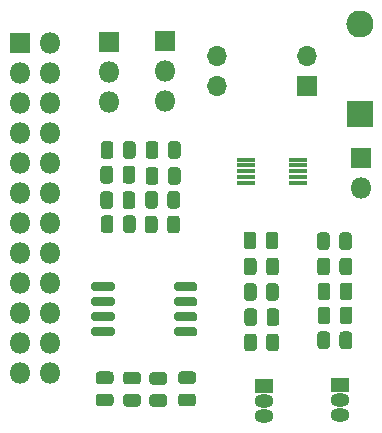
<source format=gts>
G04 #@! TF.GenerationSoftware,KiCad,Pcbnew,(5.1.6)-1*
G04 #@! TF.CreationDate,2022-01-24T22:45:59-06:00*
G04 #@! TF.ProjectId,bassDrum,62617373-4472-4756-9d2e-6b696361645f,rev?*
G04 #@! TF.SameCoordinates,Original*
G04 #@! TF.FileFunction,Soldermask,Top*
G04 #@! TF.FilePolarity,Negative*
%FSLAX46Y46*%
G04 Gerber Fmt 4.6, Leading zero omitted, Abs format (unit mm)*
G04 Created by KiCad (PCBNEW (5.1.6)-1) date 2022-01-24 22:45:59*
%MOMM*%
%LPD*%
G01*
G04 APERTURE LIST*
%ADD10R,1.800000X1.800000*%
%ADD11O,1.800000X1.800000*%
%ADD12R,1.600000X1.150000*%
%ADD13O,1.600000X1.150000*%
%ADD14R,1.700000X1.700000*%
%ADD15O,1.700000X1.700000*%
%ADD16R,1.500000X0.400000*%
%ADD17R,2.300000X2.300000*%
%ADD18O,2.300000X2.300000*%
G04 APERTURE END LIST*
G36*
G01*
X107846600Y-110615650D02*
X107846600Y-109653150D01*
G75*
G02*
X108115350Y-109384400I268750J0D01*
G01*
X108652850Y-109384400D01*
G75*
G02*
X108921600Y-109653150I0J-268750D01*
G01*
X108921600Y-110615650D01*
G75*
G02*
X108652850Y-110884400I-268750J0D01*
G01*
X108115350Y-110884400D01*
G75*
G02*
X107846600Y-110615650I0J268750D01*
G01*
G37*
G36*
G01*
X109721600Y-110615650D02*
X109721600Y-109653150D01*
G75*
G02*
X109990350Y-109384400I268750J0D01*
G01*
X110527850Y-109384400D01*
G75*
G02*
X110796600Y-109653150I0J-268750D01*
G01*
X110796600Y-110615650D01*
G75*
G02*
X110527850Y-110884400I-268750J0D01*
G01*
X109990350Y-110884400D01*
G75*
G02*
X109721600Y-110615650I0J268750D01*
G01*
G37*
G36*
G01*
X115921500Y-110437850D02*
X115921500Y-109475350D01*
G75*
G02*
X116190250Y-109206600I268750J0D01*
G01*
X116727750Y-109206600D01*
G75*
G02*
X116996500Y-109475350I0J-268750D01*
G01*
X116996500Y-110437850D01*
G75*
G02*
X116727750Y-110706600I-268750J0D01*
G01*
X116190250Y-110706600D01*
G75*
G02*
X115921500Y-110437850I0J268750D01*
G01*
G37*
G36*
G01*
X114046500Y-110437850D02*
X114046500Y-109475350D01*
G75*
G02*
X114315250Y-109206600I268750J0D01*
G01*
X114852750Y-109206600D01*
G75*
G02*
X115121500Y-109475350I0J-268750D01*
G01*
X115121500Y-110437850D01*
G75*
G02*
X114852750Y-110706600I-268750J0D01*
G01*
X114315250Y-110706600D01*
G75*
G02*
X114046500Y-110437850I0J268750D01*
G01*
G37*
G36*
G01*
X97555000Y-98576050D02*
X97555000Y-97613550D01*
G75*
G02*
X97823750Y-97344800I268750J0D01*
G01*
X98361250Y-97344800D01*
G75*
G02*
X98630000Y-97613550I0J-268750D01*
G01*
X98630000Y-98576050D01*
G75*
G02*
X98361250Y-98844800I-268750J0D01*
G01*
X97823750Y-98844800D01*
G75*
G02*
X97555000Y-98576050I0J268750D01*
G01*
G37*
G36*
G01*
X95680000Y-98576050D02*
X95680000Y-97613550D01*
G75*
G02*
X95948750Y-97344800I268750J0D01*
G01*
X96486250Y-97344800D01*
G75*
G02*
X96755000Y-97613550I0J-268750D01*
G01*
X96755000Y-98576050D01*
G75*
G02*
X96486250Y-98844800I-268750J0D01*
G01*
X95948750Y-98844800D01*
G75*
G02*
X95680000Y-98576050I0J268750D01*
G01*
G37*
G36*
G01*
X95677700Y-96417050D02*
X95677700Y-95454550D01*
G75*
G02*
X95946450Y-95185800I268750J0D01*
G01*
X96483950Y-95185800D01*
G75*
G02*
X96752700Y-95454550I0J-268750D01*
G01*
X96752700Y-96417050D01*
G75*
G02*
X96483950Y-96685800I-268750J0D01*
G01*
X95946450Y-96685800D01*
G75*
G02*
X95677700Y-96417050I0J268750D01*
G01*
G37*
G36*
G01*
X97552700Y-96417050D02*
X97552700Y-95454550D01*
G75*
G02*
X97821450Y-95185800I268750J0D01*
G01*
X98358950Y-95185800D01*
G75*
G02*
X98627700Y-95454550I0J-268750D01*
G01*
X98627700Y-96417050D01*
G75*
G02*
X98358950Y-96685800I-268750J0D01*
G01*
X97821450Y-96685800D01*
G75*
G02*
X97552700Y-96417050I0J268750D01*
G01*
G37*
G36*
G01*
X99513100Y-96518650D02*
X99513100Y-95556150D01*
G75*
G02*
X99781850Y-95287400I268750J0D01*
G01*
X100319350Y-95287400D01*
G75*
G02*
X100588100Y-95556150I0J-268750D01*
G01*
X100588100Y-96518650D01*
G75*
G02*
X100319350Y-96787400I-268750J0D01*
G01*
X99781850Y-96787400D01*
G75*
G02*
X99513100Y-96518650I0J268750D01*
G01*
G37*
G36*
G01*
X101388100Y-96518650D02*
X101388100Y-95556150D01*
G75*
G02*
X101656850Y-95287400I268750J0D01*
G01*
X102194350Y-95287400D01*
G75*
G02*
X102463100Y-95556150I0J-268750D01*
G01*
X102463100Y-96518650D01*
G75*
G02*
X102194350Y-96787400I-268750J0D01*
G01*
X101656850Y-96787400D01*
G75*
G02*
X101388100Y-96518650I0J268750D01*
G01*
G37*
G36*
G01*
X115144600Y-107367150D02*
X115144600Y-108329650D01*
G75*
G02*
X114875850Y-108598400I-268750J0D01*
G01*
X114338350Y-108598400D01*
G75*
G02*
X114069600Y-108329650I0J268750D01*
G01*
X114069600Y-107367150D01*
G75*
G02*
X114338350Y-107098400I268750J0D01*
G01*
X114875850Y-107098400D01*
G75*
G02*
X115144600Y-107367150I0J-268750D01*
G01*
G37*
G36*
G01*
X117019600Y-107367150D02*
X117019600Y-108329650D01*
G75*
G02*
X116750850Y-108598400I-268750J0D01*
G01*
X116213350Y-108598400D01*
G75*
G02*
X115944600Y-108329650I0J268750D01*
G01*
X115944600Y-107367150D01*
G75*
G02*
X116213350Y-107098400I268750J0D01*
G01*
X116750850Y-107098400D01*
G75*
G02*
X117019600Y-107367150I0J-268750D01*
G01*
G37*
D10*
X88849200Y-84785200D03*
D11*
X91389200Y-84785200D03*
X88849200Y-87325200D03*
X91389200Y-87325200D03*
X88849200Y-89865200D03*
X91389200Y-89865200D03*
X88849200Y-92405200D03*
X91389200Y-92405200D03*
X88849200Y-94945200D03*
X91389200Y-94945200D03*
X88849200Y-97485200D03*
X91389200Y-97485200D03*
X88849200Y-100025200D03*
X91389200Y-100025200D03*
X88849200Y-102565200D03*
X91389200Y-102565200D03*
X88849200Y-105105200D03*
X91389200Y-105105200D03*
X88849200Y-107645200D03*
X91389200Y-107645200D03*
X88849200Y-110185200D03*
X91389200Y-110185200D03*
X88849200Y-112725200D03*
X91389200Y-112725200D03*
D10*
X96367600Y-84683600D03*
D11*
X96367600Y-87223600D03*
X96367600Y-89763600D03*
X101168200Y-89712800D03*
X101168200Y-87172800D03*
D10*
X101168200Y-84632800D03*
D12*
X109524800Y-113817400D03*
D13*
X109524800Y-116357400D03*
X109524800Y-115087400D03*
X115951000Y-115036600D03*
X115951000Y-116306600D03*
D12*
X115951000Y-113766600D03*
G36*
G01*
X95556150Y-112596400D02*
X96518650Y-112596400D01*
G75*
G02*
X96787400Y-112865150I0J-268750D01*
G01*
X96787400Y-113402650D01*
G75*
G02*
X96518650Y-113671400I-268750J0D01*
G01*
X95556150Y-113671400D01*
G75*
G02*
X95287400Y-113402650I0J268750D01*
G01*
X95287400Y-112865150D01*
G75*
G02*
X95556150Y-112596400I268750J0D01*
G01*
G37*
G36*
G01*
X95556150Y-114471400D02*
X96518650Y-114471400D01*
G75*
G02*
X96787400Y-114740150I0J-268750D01*
G01*
X96787400Y-115277650D01*
G75*
G02*
X96518650Y-115546400I-268750J0D01*
G01*
X95556150Y-115546400D01*
G75*
G02*
X95287400Y-115277650I0J268750D01*
G01*
X95287400Y-114740150D01*
G75*
G02*
X95556150Y-114471400I268750J0D01*
G01*
G37*
G36*
G01*
X97867550Y-114496800D02*
X98830050Y-114496800D01*
G75*
G02*
X99098800Y-114765550I0J-268750D01*
G01*
X99098800Y-115303050D01*
G75*
G02*
X98830050Y-115571800I-268750J0D01*
G01*
X97867550Y-115571800D01*
G75*
G02*
X97598800Y-115303050I0J268750D01*
G01*
X97598800Y-114765550D01*
G75*
G02*
X97867550Y-114496800I268750J0D01*
G01*
G37*
G36*
G01*
X97867550Y-112621800D02*
X98830050Y-112621800D01*
G75*
G02*
X99098800Y-112890550I0J-268750D01*
G01*
X99098800Y-113428050D01*
G75*
G02*
X98830050Y-113696800I-268750J0D01*
G01*
X97867550Y-113696800D01*
G75*
G02*
X97598800Y-113428050I0J268750D01*
G01*
X97598800Y-112890550D01*
G75*
G02*
X97867550Y-112621800I268750J0D01*
G01*
G37*
G36*
G01*
X100102750Y-112647200D02*
X101065250Y-112647200D01*
G75*
G02*
X101334000Y-112915950I0J-268750D01*
G01*
X101334000Y-113453450D01*
G75*
G02*
X101065250Y-113722200I-268750J0D01*
G01*
X100102750Y-113722200D01*
G75*
G02*
X99834000Y-113453450I0J268750D01*
G01*
X99834000Y-112915950D01*
G75*
G02*
X100102750Y-112647200I268750J0D01*
G01*
G37*
G36*
G01*
X100102750Y-114522200D02*
X101065250Y-114522200D01*
G75*
G02*
X101334000Y-114790950I0J-268750D01*
G01*
X101334000Y-115328450D01*
G75*
G02*
X101065250Y-115597200I-268750J0D01*
G01*
X100102750Y-115597200D01*
G75*
G02*
X99834000Y-115328450I0J268750D01*
G01*
X99834000Y-114790950D01*
G75*
G02*
X100102750Y-114522200I268750J0D01*
G01*
G37*
G36*
G01*
X107872000Y-108482050D02*
X107872000Y-107519550D01*
G75*
G02*
X108140750Y-107250800I268750J0D01*
G01*
X108678250Y-107250800D01*
G75*
G02*
X108947000Y-107519550I0J-268750D01*
G01*
X108947000Y-108482050D01*
G75*
G02*
X108678250Y-108750800I-268750J0D01*
G01*
X108140750Y-108750800D01*
G75*
G02*
X107872000Y-108482050I0J268750D01*
G01*
G37*
G36*
G01*
X109747000Y-108482050D02*
X109747000Y-107519550D01*
G75*
G02*
X110015750Y-107250800I268750J0D01*
G01*
X110553250Y-107250800D01*
G75*
G02*
X110822000Y-107519550I0J-268750D01*
G01*
X110822000Y-108482050D01*
G75*
G02*
X110553250Y-108750800I-268750J0D01*
G01*
X110015750Y-108750800D01*
G75*
G02*
X109747000Y-108482050I0J268750D01*
G01*
G37*
G36*
G01*
X115891500Y-102055850D02*
X115891500Y-101093350D01*
G75*
G02*
X116160250Y-100824600I268750J0D01*
G01*
X116697750Y-100824600D01*
G75*
G02*
X116966500Y-101093350I0J-268750D01*
G01*
X116966500Y-102055850D01*
G75*
G02*
X116697750Y-102324600I-268750J0D01*
G01*
X116160250Y-102324600D01*
G75*
G02*
X115891500Y-102055850I0J268750D01*
G01*
G37*
G36*
G01*
X114016500Y-102055850D02*
X114016500Y-101093350D01*
G75*
G02*
X114285250Y-100824600I268750J0D01*
G01*
X114822750Y-100824600D01*
G75*
G02*
X115091500Y-101093350I0J-268750D01*
G01*
X115091500Y-102055850D01*
G75*
G02*
X114822750Y-102324600I-268750J0D01*
G01*
X114285250Y-102324600D01*
G75*
G02*
X114016500Y-102055850I0J268750D01*
G01*
G37*
G36*
G01*
X97580400Y-100608050D02*
X97580400Y-99645550D01*
G75*
G02*
X97849150Y-99376800I268750J0D01*
G01*
X98386650Y-99376800D01*
G75*
G02*
X98655400Y-99645550I0J-268750D01*
G01*
X98655400Y-100608050D01*
G75*
G02*
X98386650Y-100876800I-268750J0D01*
G01*
X97849150Y-100876800D01*
G75*
G02*
X97580400Y-100608050I0J268750D01*
G01*
G37*
G36*
G01*
X95705400Y-100608050D02*
X95705400Y-99645550D01*
G75*
G02*
X95974150Y-99376800I268750J0D01*
G01*
X96511650Y-99376800D01*
G75*
G02*
X96780400Y-99645550I0J-268750D01*
G01*
X96780400Y-100608050D01*
G75*
G02*
X96511650Y-100876800I-268750J0D01*
G01*
X95974150Y-100876800D01*
G75*
G02*
X95705400Y-100608050I0J268750D01*
G01*
G37*
G36*
G01*
X101314200Y-100633450D02*
X101314200Y-99670950D01*
G75*
G02*
X101582950Y-99402200I268750J0D01*
G01*
X102120450Y-99402200D01*
G75*
G02*
X102389200Y-99670950I0J-268750D01*
G01*
X102389200Y-100633450D01*
G75*
G02*
X102120450Y-100902200I-268750J0D01*
G01*
X101582950Y-100902200D01*
G75*
G02*
X101314200Y-100633450I0J268750D01*
G01*
G37*
G36*
G01*
X99439200Y-100633450D02*
X99439200Y-99670950D01*
G75*
G02*
X99707950Y-99402200I268750J0D01*
G01*
X100245450Y-99402200D01*
G75*
G02*
X100514200Y-99670950I0J-268750D01*
G01*
X100514200Y-100633450D01*
G75*
G02*
X100245450Y-100902200I-268750J0D01*
G01*
X99707950Y-100902200D01*
G75*
G02*
X99439200Y-100633450I0J268750D01*
G01*
G37*
G36*
G01*
X101339600Y-98550650D02*
X101339600Y-97588150D01*
G75*
G02*
X101608350Y-97319400I268750J0D01*
G01*
X102145850Y-97319400D01*
G75*
G02*
X102414600Y-97588150I0J-268750D01*
G01*
X102414600Y-98550650D01*
G75*
G02*
X102145850Y-98819400I-268750J0D01*
G01*
X101608350Y-98819400D01*
G75*
G02*
X101339600Y-98550650I0J268750D01*
G01*
G37*
G36*
G01*
X99464600Y-98550650D02*
X99464600Y-97588150D01*
G75*
G02*
X99733350Y-97319400I268750J0D01*
G01*
X100270850Y-97319400D01*
G75*
G02*
X100539600Y-97588150I0J-268750D01*
G01*
X100539600Y-98550650D01*
G75*
G02*
X100270850Y-98819400I-268750J0D01*
G01*
X99733350Y-98819400D01*
G75*
G02*
X99464600Y-98550650I0J268750D01*
G01*
G37*
G36*
G01*
X95705400Y-94334250D02*
X95705400Y-93371750D01*
G75*
G02*
X95974150Y-93103000I268750J0D01*
G01*
X96511650Y-93103000D01*
G75*
G02*
X96780400Y-93371750I0J-268750D01*
G01*
X96780400Y-94334250D01*
G75*
G02*
X96511650Y-94603000I-268750J0D01*
G01*
X95974150Y-94603000D01*
G75*
G02*
X95705400Y-94334250I0J268750D01*
G01*
G37*
G36*
G01*
X97580400Y-94334250D02*
X97580400Y-93371750D01*
G75*
G02*
X97849150Y-93103000I268750J0D01*
G01*
X98386650Y-93103000D01*
G75*
G02*
X98655400Y-93371750I0J-268750D01*
G01*
X98655400Y-94334250D01*
G75*
G02*
X98386650Y-94603000I-268750J0D01*
G01*
X97849150Y-94603000D01*
G75*
G02*
X97580400Y-94334250I0J268750D01*
G01*
G37*
G36*
G01*
X99513100Y-94334250D02*
X99513100Y-93371750D01*
G75*
G02*
X99781850Y-93103000I268750J0D01*
G01*
X100319350Y-93103000D01*
G75*
G02*
X100588100Y-93371750I0J-268750D01*
G01*
X100588100Y-94334250D01*
G75*
G02*
X100319350Y-94603000I-268750J0D01*
G01*
X99781850Y-94603000D01*
G75*
G02*
X99513100Y-94334250I0J268750D01*
G01*
G37*
G36*
G01*
X101388100Y-94334250D02*
X101388100Y-93371750D01*
G75*
G02*
X101656850Y-93103000I268750J0D01*
G01*
X102194350Y-93103000D01*
G75*
G02*
X102463100Y-93371750I0J-268750D01*
G01*
X102463100Y-94334250D01*
G75*
G02*
X102194350Y-94603000I-268750J0D01*
G01*
X101656850Y-94603000D01*
G75*
G02*
X101388100Y-94334250I0J268750D01*
G01*
G37*
G36*
G01*
X108896200Y-103226950D02*
X108896200Y-104189450D01*
G75*
G02*
X108627450Y-104458200I-268750J0D01*
G01*
X108089950Y-104458200D01*
G75*
G02*
X107821200Y-104189450I0J268750D01*
G01*
X107821200Y-103226950D01*
G75*
G02*
X108089950Y-102958200I268750J0D01*
G01*
X108627450Y-102958200D01*
G75*
G02*
X108896200Y-103226950I0J-268750D01*
G01*
G37*
G36*
G01*
X110771200Y-103226950D02*
X110771200Y-104189450D01*
G75*
G02*
X110502450Y-104458200I-268750J0D01*
G01*
X109964950Y-104458200D01*
G75*
G02*
X109696200Y-104189450I0J268750D01*
G01*
X109696200Y-103226950D01*
G75*
G02*
X109964950Y-102958200I268750J0D01*
G01*
X110502450Y-102958200D01*
G75*
G02*
X110771200Y-103226950I0J-268750D01*
G01*
G37*
G36*
G01*
X103503650Y-115546400D02*
X102541150Y-115546400D01*
G75*
G02*
X102272400Y-115277650I0J268750D01*
G01*
X102272400Y-114740150D01*
G75*
G02*
X102541150Y-114471400I268750J0D01*
G01*
X103503650Y-114471400D01*
G75*
G02*
X103772400Y-114740150I0J-268750D01*
G01*
X103772400Y-115277650D01*
G75*
G02*
X103503650Y-115546400I-268750J0D01*
G01*
G37*
G36*
G01*
X103503650Y-113671400D02*
X102541150Y-113671400D01*
G75*
G02*
X102272400Y-113402650I0J268750D01*
G01*
X102272400Y-112865150D01*
G75*
G02*
X102541150Y-112596400I268750J0D01*
G01*
X103503650Y-112596400D01*
G75*
G02*
X103772400Y-112865150I0J-268750D01*
G01*
X103772400Y-113402650D01*
G75*
G02*
X103503650Y-113671400I-268750J0D01*
G01*
G37*
G36*
G01*
X115121500Y-103226950D02*
X115121500Y-104189450D01*
G75*
G02*
X114852750Y-104458200I-268750J0D01*
G01*
X114315250Y-104458200D01*
G75*
G02*
X114046500Y-104189450I0J268750D01*
G01*
X114046500Y-103226950D01*
G75*
G02*
X114315250Y-102958200I268750J0D01*
G01*
X114852750Y-102958200D01*
G75*
G02*
X115121500Y-103226950I0J-268750D01*
G01*
G37*
G36*
G01*
X116996500Y-103226950D02*
X116996500Y-104189450D01*
G75*
G02*
X116727750Y-104458200I-268750J0D01*
G01*
X116190250Y-104458200D01*
G75*
G02*
X115921500Y-104189450I0J268750D01*
G01*
X115921500Y-103226950D01*
G75*
G02*
X116190250Y-102958200I268750J0D01*
G01*
X116727750Y-102958200D01*
G75*
G02*
X116996500Y-103226950I0J-268750D01*
G01*
G37*
G36*
G01*
X107821200Y-106348450D02*
X107821200Y-105385950D01*
G75*
G02*
X108089950Y-105117200I268750J0D01*
G01*
X108627450Y-105117200D01*
G75*
G02*
X108896200Y-105385950I0J-268750D01*
G01*
X108896200Y-106348450D01*
G75*
G02*
X108627450Y-106617200I-268750J0D01*
G01*
X108089950Y-106617200D01*
G75*
G02*
X107821200Y-106348450I0J268750D01*
G01*
G37*
G36*
G01*
X109696200Y-106348450D02*
X109696200Y-105385950D01*
G75*
G02*
X109964950Y-105117200I268750J0D01*
G01*
X110502450Y-105117200D01*
G75*
G02*
X110771200Y-105385950I0J-268750D01*
G01*
X110771200Y-106348450D01*
G75*
G02*
X110502450Y-106617200I-268750J0D01*
G01*
X109964950Y-106617200D01*
G75*
G02*
X109696200Y-106348450I0J268750D01*
G01*
G37*
D14*
X113157000Y-88417400D03*
D15*
X105537000Y-85877400D03*
X113157000Y-85877400D03*
X105537000Y-88417400D03*
D16*
X112385200Y-96656400D03*
X112385200Y-96156400D03*
X112385200Y-95656400D03*
X112385200Y-95156400D03*
X112385200Y-94656400D03*
X107985200Y-94656400D03*
X107985200Y-95156400D03*
X107985200Y-95656400D03*
X107985200Y-96156400D03*
X107985200Y-96656400D03*
G36*
G01*
X109673100Y-101979650D02*
X109673100Y-101017150D01*
G75*
G02*
X109941850Y-100748400I268750J0D01*
G01*
X110479350Y-100748400D01*
G75*
G02*
X110748100Y-101017150I0J-268750D01*
G01*
X110748100Y-101979650D01*
G75*
G02*
X110479350Y-102248400I-268750J0D01*
G01*
X109941850Y-102248400D01*
G75*
G02*
X109673100Y-101979650I0J268750D01*
G01*
G37*
G36*
G01*
X107798100Y-101979650D02*
X107798100Y-101017150D01*
G75*
G02*
X108066850Y-100748400I268750J0D01*
G01*
X108604350Y-100748400D01*
G75*
G02*
X108873100Y-101017150I0J-268750D01*
G01*
X108873100Y-101979650D01*
G75*
G02*
X108604350Y-102248400I-268750J0D01*
G01*
X108066850Y-102248400D01*
G75*
G02*
X107798100Y-101979650I0J268750D01*
G01*
G37*
G36*
G01*
X114069600Y-106297650D02*
X114069600Y-105335150D01*
G75*
G02*
X114338350Y-105066400I268750J0D01*
G01*
X114875850Y-105066400D01*
G75*
G02*
X115144600Y-105335150I0J-268750D01*
G01*
X115144600Y-106297650D01*
G75*
G02*
X114875850Y-106566400I-268750J0D01*
G01*
X114338350Y-106566400D01*
G75*
G02*
X114069600Y-106297650I0J268750D01*
G01*
G37*
G36*
G01*
X115944600Y-106297650D02*
X115944600Y-105335150D01*
G75*
G02*
X116213350Y-105066400I268750J0D01*
G01*
X116750850Y-105066400D01*
G75*
G02*
X117019600Y-105335150I0J-268750D01*
G01*
X117019600Y-106297650D01*
G75*
G02*
X116750850Y-106566400I-268750J0D01*
G01*
X116213350Y-106566400D01*
G75*
G02*
X115944600Y-106297650I0J268750D01*
G01*
G37*
D17*
X117652800Y-90779600D03*
D18*
X117652800Y-83159600D03*
D10*
X117779800Y-94538800D03*
D11*
X117779800Y-97078800D03*
G36*
G01*
X94890200Y-105585000D02*
X94890200Y-105235000D01*
G75*
G02*
X95065200Y-105060000I175000J0D01*
G01*
X96715200Y-105060000D01*
G75*
G02*
X96890200Y-105235000I0J-175000D01*
G01*
X96890200Y-105585000D01*
G75*
G02*
X96715200Y-105760000I-175000J0D01*
G01*
X95065200Y-105760000D01*
G75*
G02*
X94890200Y-105585000I0J175000D01*
G01*
G37*
G36*
G01*
X94890200Y-106855000D02*
X94890200Y-106505000D01*
G75*
G02*
X95065200Y-106330000I175000J0D01*
G01*
X96715200Y-106330000D01*
G75*
G02*
X96890200Y-106505000I0J-175000D01*
G01*
X96890200Y-106855000D01*
G75*
G02*
X96715200Y-107030000I-175000J0D01*
G01*
X95065200Y-107030000D01*
G75*
G02*
X94890200Y-106855000I0J175000D01*
G01*
G37*
G36*
G01*
X94890200Y-108125000D02*
X94890200Y-107775000D01*
G75*
G02*
X95065200Y-107600000I175000J0D01*
G01*
X96715200Y-107600000D01*
G75*
G02*
X96890200Y-107775000I0J-175000D01*
G01*
X96890200Y-108125000D01*
G75*
G02*
X96715200Y-108300000I-175000J0D01*
G01*
X95065200Y-108300000D01*
G75*
G02*
X94890200Y-108125000I0J175000D01*
G01*
G37*
G36*
G01*
X94890200Y-109395000D02*
X94890200Y-109045000D01*
G75*
G02*
X95065200Y-108870000I175000J0D01*
G01*
X96715200Y-108870000D01*
G75*
G02*
X96890200Y-109045000I0J-175000D01*
G01*
X96890200Y-109395000D01*
G75*
G02*
X96715200Y-109570000I-175000J0D01*
G01*
X95065200Y-109570000D01*
G75*
G02*
X94890200Y-109395000I0J175000D01*
G01*
G37*
G36*
G01*
X101890200Y-109395000D02*
X101890200Y-109045000D01*
G75*
G02*
X102065200Y-108870000I175000J0D01*
G01*
X103715200Y-108870000D01*
G75*
G02*
X103890200Y-109045000I0J-175000D01*
G01*
X103890200Y-109395000D01*
G75*
G02*
X103715200Y-109570000I-175000J0D01*
G01*
X102065200Y-109570000D01*
G75*
G02*
X101890200Y-109395000I0J175000D01*
G01*
G37*
G36*
G01*
X101890200Y-108125000D02*
X101890200Y-107775000D01*
G75*
G02*
X102065200Y-107600000I175000J0D01*
G01*
X103715200Y-107600000D01*
G75*
G02*
X103890200Y-107775000I0J-175000D01*
G01*
X103890200Y-108125000D01*
G75*
G02*
X103715200Y-108300000I-175000J0D01*
G01*
X102065200Y-108300000D01*
G75*
G02*
X101890200Y-108125000I0J175000D01*
G01*
G37*
G36*
G01*
X101890200Y-106855000D02*
X101890200Y-106505000D01*
G75*
G02*
X102065200Y-106330000I175000J0D01*
G01*
X103715200Y-106330000D01*
G75*
G02*
X103890200Y-106505000I0J-175000D01*
G01*
X103890200Y-106855000D01*
G75*
G02*
X103715200Y-107030000I-175000J0D01*
G01*
X102065200Y-107030000D01*
G75*
G02*
X101890200Y-106855000I0J175000D01*
G01*
G37*
G36*
G01*
X101890200Y-105585000D02*
X101890200Y-105235000D01*
G75*
G02*
X102065200Y-105060000I175000J0D01*
G01*
X103715200Y-105060000D01*
G75*
G02*
X103890200Y-105235000I0J-175000D01*
G01*
X103890200Y-105585000D01*
G75*
G02*
X103715200Y-105760000I-175000J0D01*
G01*
X102065200Y-105760000D01*
G75*
G02*
X101890200Y-105585000I0J175000D01*
G01*
G37*
M02*

</source>
